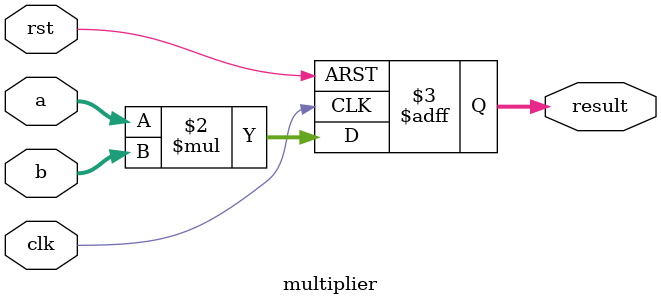
<source format=v>
module multiplier (
	input wire clk,
	input wire rst,
	input wire [15:0] a,
	input wire [15:0] b,
	output reg [31:0] result
);

	always @(posedge clk or posedge rst) begin
		if(rst) begin
			result <= 32'b0;
		end else begin
			result <= a * b;
		end
	end
endmodule


</source>
